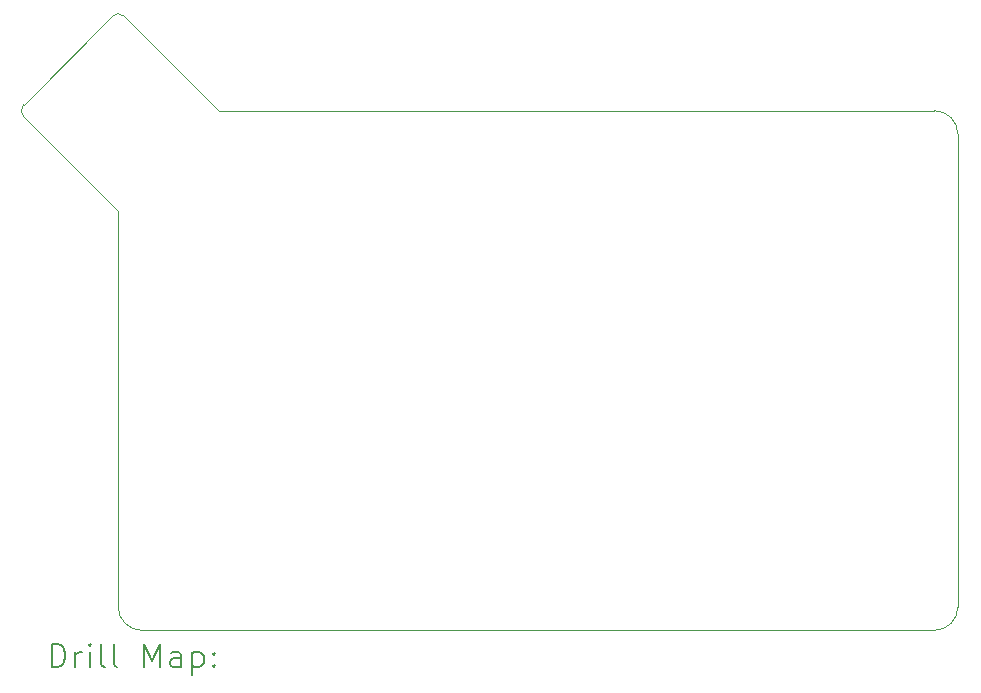
<source format=gbr>
%TF.GenerationSoftware,KiCad,Pcbnew,8.0.5*%
%TF.CreationDate,2024-11-01T13:06:52-07:00*%
%TF.ProjectId,bizcard,62697a63-6172-4642-9e6b-696361645f70,rev?*%
%TF.SameCoordinates,Original*%
%TF.FileFunction,Drillmap*%
%TF.FilePolarity,Positive*%
%FSLAX45Y45*%
G04 Gerber Fmt 4.5, Leading zero omitted, Abs format (unit mm)*
G04 Created by KiCad (PCBNEW 8.0.5) date 2024-11-01 13:06:52*
%MOMM*%
%LPD*%
G01*
G04 APERTURE LIST*
%ADD10C,0.050000*%
%ADD11C,0.200000*%
G04 APERTURE END LIST*
D10*
X7100000Y-5200000D02*
G75*
G02*
X7200000Y-5200000I50000J-50000D01*
G01*
X14260000Y-10200000D02*
G75*
G02*
X14060000Y-10400000I-200000J0D01*
G01*
X7150000Y-10200000D02*
X7150000Y-6850000D01*
X7350000Y-10400000D02*
X7350000Y-10400000D01*
X7350000Y-10400000D02*
G75*
G02*
X7150000Y-10200000I0J200000D01*
G01*
X14060000Y-6000000D02*
X14060000Y-6000000D01*
X8000000Y-6000000D02*
X14060000Y-6000000D01*
X14060000Y-6000000D02*
G75*
G02*
X14260000Y-6200000I0J-200000D01*
G01*
X14260000Y-10200000D02*
X14260000Y-10200000D01*
X6350000Y-5950000D02*
X7100000Y-5200000D01*
X7150000Y-6850000D02*
X6350000Y-6050000D01*
X6350000Y-6050000D02*
G75*
G02*
X6350000Y-5950000I50000J50000D01*
G01*
X14260000Y-6200000D02*
X14260000Y-10200000D01*
X14060000Y-10400000D02*
X7350000Y-10400000D01*
X7200000Y-5200000D02*
X8000000Y-6000000D01*
D11*
X6587566Y-10713984D02*
X6587566Y-10513984D01*
X6587566Y-10513984D02*
X6635185Y-10513984D01*
X6635185Y-10513984D02*
X6663757Y-10523508D01*
X6663757Y-10523508D02*
X6682804Y-10542555D01*
X6682804Y-10542555D02*
X6692328Y-10561603D01*
X6692328Y-10561603D02*
X6701852Y-10599698D01*
X6701852Y-10599698D02*
X6701852Y-10628270D01*
X6701852Y-10628270D02*
X6692328Y-10666365D01*
X6692328Y-10666365D02*
X6682804Y-10685412D01*
X6682804Y-10685412D02*
X6663757Y-10704460D01*
X6663757Y-10704460D02*
X6635185Y-10713984D01*
X6635185Y-10713984D02*
X6587566Y-10713984D01*
X6787566Y-10713984D02*
X6787566Y-10580650D01*
X6787566Y-10618746D02*
X6797090Y-10599698D01*
X6797090Y-10599698D02*
X6806614Y-10590174D01*
X6806614Y-10590174D02*
X6825661Y-10580650D01*
X6825661Y-10580650D02*
X6844709Y-10580650D01*
X6911376Y-10713984D02*
X6911376Y-10580650D01*
X6911376Y-10513984D02*
X6901852Y-10523508D01*
X6901852Y-10523508D02*
X6911376Y-10533031D01*
X6911376Y-10533031D02*
X6920900Y-10523508D01*
X6920900Y-10523508D02*
X6911376Y-10513984D01*
X6911376Y-10513984D02*
X6911376Y-10533031D01*
X7035185Y-10713984D02*
X7016138Y-10704460D01*
X7016138Y-10704460D02*
X7006614Y-10685412D01*
X7006614Y-10685412D02*
X7006614Y-10513984D01*
X7139947Y-10713984D02*
X7120900Y-10704460D01*
X7120900Y-10704460D02*
X7111376Y-10685412D01*
X7111376Y-10685412D02*
X7111376Y-10513984D01*
X7368519Y-10713984D02*
X7368519Y-10513984D01*
X7368519Y-10513984D02*
X7435185Y-10656841D01*
X7435185Y-10656841D02*
X7501852Y-10513984D01*
X7501852Y-10513984D02*
X7501852Y-10713984D01*
X7682804Y-10713984D02*
X7682804Y-10609222D01*
X7682804Y-10609222D02*
X7673281Y-10590174D01*
X7673281Y-10590174D02*
X7654233Y-10580650D01*
X7654233Y-10580650D02*
X7616138Y-10580650D01*
X7616138Y-10580650D02*
X7597090Y-10590174D01*
X7682804Y-10704460D02*
X7663757Y-10713984D01*
X7663757Y-10713984D02*
X7616138Y-10713984D01*
X7616138Y-10713984D02*
X7597090Y-10704460D01*
X7597090Y-10704460D02*
X7587566Y-10685412D01*
X7587566Y-10685412D02*
X7587566Y-10666365D01*
X7587566Y-10666365D02*
X7597090Y-10647317D01*
X7597090Y-10647317D02*
X7616138Y-10637793D01*
X7616138Y-10637793D02*
X7663757Y-10637793D01*
X7663757Y-10637793D02*
X7682804Y-10628270D01*
X7778042Y-10580650D02*
X7778042Y-10780650D01*
X7778042Y-10590174D02*
X7797090Y-10580650D01*
X7797090Y-10580650D02*
X7835185Y-10580650D01*
X7835185Y-10580650D02*
X7854233Y-10590174D01*
X7854233Y-10590174D02*
X7863757Y-10599698D01*
X7863757Y-10599698D02*
X7873281Y-10618746D01*
X7873281Y-10618746D02*
X7873281Y-10675889D01*
X7873281Y-10675889D02*
X7863757Y-10694936D01*
X7863757Y-10694936D02*
X7854233Y-10704460D01*
X7854233Y-10704460D02*
X7835185Y-10713984D01*
X7835185Y-10713984D02*
X7797090Y-10713984D01*
X7797090Y-10713984D02*
X7778042Y-10704460D01*
X7958995Y-10694936D02*
X7968519Y-10704460D01*
X7968519Y-10704460D02*
X7958995Y-10713984D01*
X7958995Y-10713984D02*
X7949471Y-10704460D01*
X7949471Y-10704460D02*
X7958995Y-10694936D01*
X7958995Y-10694936D02*
X7958995Y-10713984D01*
X7958995Y-10590174D02*
X7968519Y-10599698D01*
X7968519Y-10599698D02*
X7958995Y-10609222D01*
X7958995Y-10609222D02*
X7949471Y-10599698D01*
X7949471Y-10599698D02*
X7958995Y-10590174D01*
X7958995Y-10590174D02*
X7958995Y-10609222D01*
M02*

</source>
